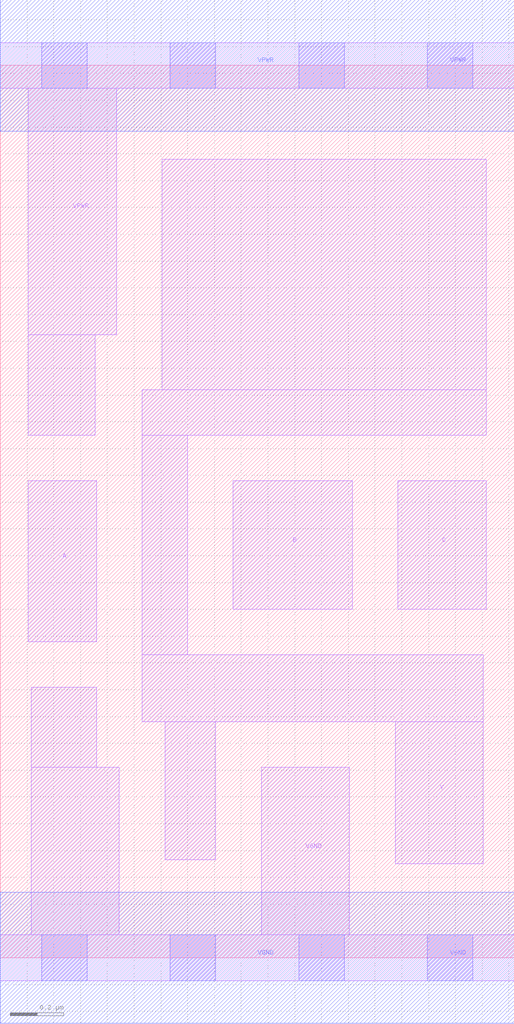
<source format=lef>
# Copyright 2020 The SkyWater PDK Authors
#
# Licensed under the Apache License, Version 2.0 (the "License");
# you may not use this file except in compliance with the License.
# You may obtain a copy of the License at
#
#     https://www.apache.org/licenses/LICENSE-2.0
#
# Unless required by applicable law or agreed to in writing, software
# distributed under the License is distributed on an "AS IS" BASIS,
# WITHOUT WARRANTIES OR CONDITIONS OF ANY KIND, either express or implied.
# See the License for the specific language governing permissions and
# limitations under the License.
#
# SPDX-License-Identifier: Apache-2.0

VERSION 5.7 ;
  NAMESCASESENSITIVE ON ;
  NOWIREEXTENSIONATPIN ON ;
  DIVIDERCHAR "/" ;
  BUSBITCHARS "[]" ;
UNITS
  DATABASE MICRONS 200 ;
END UNITS
MACRO sky130_fd_sc_hs__nor3_1
  CLASS CORE ;
  SOURCE USER ;
  FOREIGN sky130_fd_sc_hs__nor3_1 ;
  ORIGIN  0.000000  0.000000 ;
  SIZE  1.920000 BY  3.330000 ;
  SYMMETRY X Y ;
  SITE unit ;
  PIN A
    ANTENNAGATEAREA  0.279000 ;
    DIRECTION INPUT ;
    USE SIGNAL ;
    PORT
      LAYER li1 ;
        RECT 0.105000 1.180000 0.360000 1.780000 ;
    END
  END A
  PIN B
    ANTENNAGATEAREA  0.279000 ;
    DIRECTION INPUT ;
    USE SIGNAL ;
    PORT
      LAYER li1 ;
        RECT 0.870000 1.300000 1.315000 1.780000 ;
    END
  END B
  PIN C
    ANTENNAGATEAREA  0.279000 ;
    DIRECTION INPUT ;
    USE SIGNAL ;
    PORT
      LAYER li1 ;
        RECT 1.485000 1.300000 1.815000 1.780000 ;
    END
  END C
  PIN Y
    ANTENNADIFFAREA  0.737300 ;
    DIRECTION OUTPUT ;
    USE SIGNAL ;
    PORT
      LAYER li1 ;
        RECT 0.530000 0.880000 1.805000 1.130000 ;
        RECT 0.530000 1.130000 0.700000 1.950000 ;
        RECT 0.530000 1.950000 1.815000 2.120000 ;
        RECT 0.605000 2.120000 1.815000 2.980000 ;
        RECT 0.615000 0.365000 0.805000 0.880000 ;
        RECT 1.475000 0.350000 1.805000 0.880000 ;
    END
  END Y
  PIN VGND
    DIRECTION INOUT ;
    USE GROUND ;
    PORT
      LAYER li1 ;
        RECT 0.000000 -0.085000 1.920000 0.085000 ;
        RECT 0.115000  0.085000 0.445000 0.710000 ;
        RECT 0.115000  0.710000 0.360000 1.010000 ;
        RECT 0.975000  0.085000 1.305000 0.710000 ;
      LAYER mcon ;
        RECT 0.155000 -0.085000 0.325000 0.085000 ;
        RECT 0.635000 -0.085000 0.805000 0.085000 ;
        RECT 1.115000 -0.085000 1.285000 0.085000 ;
        RECT 1.595000 -0.085000 1.765000 0.085000 ;
      LAYER met1 ;
        RECT 0.000000 -0.245000 1.920000 0.245000 ;
    END
  END VGND
  PIN VPWR
    DIRECTION INOUT ;
    USE POWER ;
    PORT
      LAYER li1 ;
        RECT 0.000000 3.245000 1.920000 3.415000 ;
        RECT 0.105000 1.950000 0.355000 2.325000 ;
        RECT 0.105000 2.325000 0.435000 3.245000 ;
      LAYER mcon ;
        RECT 0.155000 3.245000 0.325000 3.415000 ;
        RECT 0.635000 3.245000 0.805000 3.415000 ;
        RECT 1.115000 3.245000 1.285000 3.415000 ;
        RECT 1.595000 3.245000 1.765000 3.415000 ;
      LAYER met1 ;
        RECT 0.000000 3.085000 1.920000 3.575000 ;
    END
  END VPWR
END sky130_fd_sc_hs__nor3_1

</source>
